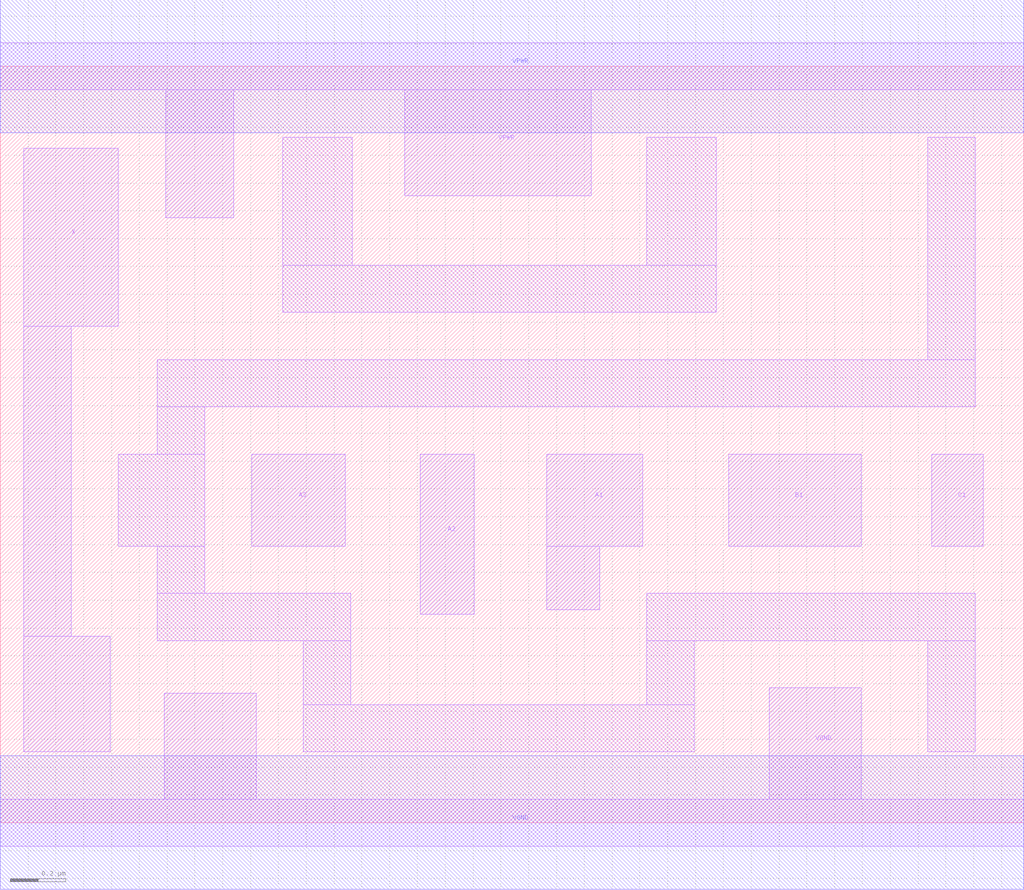
<source format=lef>
# Copyright 2020 The SkyWater PDK Authors
#
# Licensed under the Apache License, Version 2.0 (the "License");
# you may not use this file except in compliance with the License.
# You may obtain a copy of the License at
#
#     https://www.apache.org/licenses/LICENSE-2.0
#
# Unless required by applicable law or agreed to in writing, software
# distributed under the License is distributed on an "AS IS" BASIS,
# WITHOUT WARRANTIES OR CONDITIONS OF ANY KIND, either express or implied.
# See the License for the specific language governing permissions and
# limitations under the License.
#
# SPDX-License-Identifier: Apache-2.0

VERSION 5.5 ;
NAMESCASESENSITIVE ON ;
BUSBITCHARS "[]" ;
DIVIDERCHAR "/" ;
MACRO sky130_fd_sc_hd__a311o_1
  CLASS CORE ;
  SOURCE USER ;
  ORIGIN  0.000000  0.000000 ;
  SIZE  3.680000 BY  2.720000 ;
  SYMMETRY X Y R90 ;
  SITE unithd ;
  PIN A1
    ANTENNAGATEAREA  0.247500 ;
    DIRECTION INPUT ;
    USE SIGNAL ;
    PORT
      LAYER li1 ;
        RECT 1.965000 0.765000 2.155000 0.995000 ;
        RECT 1.965000 0.995000 2.310000 1.325000 ;
    END
  END A1
  PIN A2
    ANTENNAGATEAREA  0.247500 ;
    DIRECTION INPUT ;
    USE SIGNAL ;
    PORT
      LAYER li1 ;
        RECT 1.510000 0.750000 1.705000 1.325000 ;
    END
  END A2
  PIN A3
    ANTENNAGATEAREA  0.247500 ;
    DIRECTION INPUT ;
    USE SIGNAL ;
    PORT
      LAYER li1 ;
        RECT 0.905000 0.995000 1.240000 1.325000 ;
    END
  END A3
  PIN B1
    ANTENNAGATEAREA  0.247500 ;
    DIRECTION INPUT ;
    USE SIGNAL ;
    PORT
      LAYER li1 ;
        RECT 2.620000 0.995000 3.095000 1.325000 ;
    END
  END B1
  PIN C1
    ANTENNAGATEAREA  0.247500 ;
    DIRECTION INPUT ;
    USE SIGNAL ;
    PORT
      LAYER li1 ;
        RECT 3.350000 0.995000 3.535000 1.325000 ;
    END
  END C1
  PIN X
    ANTENNADIFFAREA  0.454000 ;
    DIRECTION OUTPUT ;
    USE SIGNAL ;
    PORT
      LAYER li1 ;
        RECT 0.085000 0.255000 0.395000 0.670000 ;
        RECT 0.085000 0.670000 0.255000 1.785000 ;
        RECT 0.085000 1.785000 0.425000 2.425000 ;
    END
  END X
  PIN VGND
    DIRECTION INOUT ;
    SHAPE ABUTMENT ;
    USE GROUND ;
    PORT
      LAYER li1 ;
        RECT 0.000000 -0.085000 3.680000 0.085000 ;
        RECT 0.590000  0.085000 0.920000 0.465000 ;
        RECT 2.765000  0.085000 3.095000 0.485000 ;
    END
    PORT
      LAYER met1 ;
        RECT 0.000000 -0.240000 3.680000 0.240000 ;
    END
  END VGND
  PIN VNB
    DIRECTION INOUT ;
    USE GROUND ;
    PORT
    END
  END VNB
  PIN VPB
    DIRECTION INOUT ;
    USE POWER ;
    PORT
    END
  END VPB
  PIN VPWR
    DIRECTION INOUT ;
    SHAPE ABUTMENT ;
    USE POWER ;
    PORT
      LAYER li1 ;
        RECT 0.000000 2.635000 3.680000 2.805000 ;
        RECT 0.595000 2.175000 0.840000 2.635000 ;
        RECT 1.455000 2.255000 2.125000 2.635000 ;
    END
    PORT
      LAYER met1 ;
        RECT 0.000000 2.480000 3.680000 2.960000 ;
    END
  END VPWR
  OBS
    LAYER li1 ;
      RECT 0.425000 0.995000 0.735000 1.325000 ;
      RECT 0.565000 0.655000 1.260000 0.825000 ;
      RECT 0.565000 0.825000 0.735000 0.995000 ;
      RECT 0.565000 1.325000 0.735000 1.495000 ;
      RECT 0.565000 1.495000 3.505000 1.665000 ;
      RECT 1.015000 1.835000 2.575000 2.005000 ;
      RECT 1.015000 2.005000 1.265000 2.465000 ;
      RECT 1.090000 0.255000 2.495000 0.425000 ;
      RECT 1.090000 0.425000 1.260000 0.655000 ;
      RECT 2.325000 0.425000 2.495000 0.655000 ;
      RECT 2.325000 0.655000 3.505000 0.825000 ;
      RECT 2.325000 2.005000 2.575000 2.465000 ;
      RECT 3.335000 0.255000 3.505000 0.655000 ;
      RECT 3.335000 1.665000 3.505000 2.465000 ;
  END
END sky130_fd_sc_hd__a311o_1
END LIBRARY

</source>
